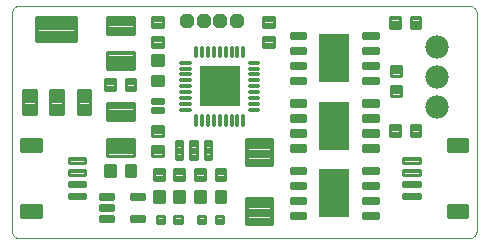
<source format=gts>
G75*
%MOIN*%
%OFA0B0*%
%FSLAX24Y24*%
%IPPOS*%
%LPD*%
%AMOC8*
5,1,8,0,0,1.08239X$1,22.5*
%
%ADD10C,0.0000*%
%ADD11R,0.1000X0.1625*%
%ADD12R,0.1375X0.1375*%
%ADD13C,0.0148*%
%ADD14C,0.0780*%
%ADD15C,0.0108*%
%ADD16C,0.0114*%
%ADD17C,0.0138*%
%ADD18C,0.0138*%
%ADD19C,0.0120*%
%ADD20C,0.0114*%
%ADD21C,0.0116*%
%ADD22C,0.0108*%
%ADD23C,0.0114*%
%ADD24C,0.0107*%
%ADD25C,0.0118*%
%ADD26OC8,0.0480*%
%ADD27C,0.0109*%
%ADD28C,0.0136*%
D10*
X000425Y000238D02*
X015425Y000238D01*
X015455Y000240D01*
X015485Y000245D01*
X015514Y000254D01*
X015541Y000267D01*
X015567Y000282D01*
X015591Y000301D01*
X015612Y000322D01*
X015631Y000346D01*
X015646Y000372D01*
X015659Y000399D01*
X015668Y000428D01*
X015673Y000458D01*
X015675Y000488D01*
X015675Y007738D01*
X015673Y007768D01*
X015668Y007798D01*
X015659Y007827D01*
X015646Y007854D01*
X015631Y007880D01*
X015612Y007904D01*
X015591Y007925D01*
X015567Y007944D01*
X015541Y007959D01*
X015514Y007972D01*
X015485Y007981D01*
X015455Y007986D01*
X015425Y007988D01*
X000425Y007988D01*
X000395Y007986D01*
X000365Y007981D01*
X000336Y007972D01*
X000309Y007959D01*
X000283Y007944D01*
X000259Y007925D01*
X000238Y007904D01*
X000219Y007880D01*
X000204Y007854D01*
X000191Y007827D01*
X000182Y007798D01*
X000177Y007768D01*
X000175Y007738D01*
X000175Y000488D01*
X000177Y000458D01*
X000182Y000428D01*
X000191Y000399D01*
X000204Y000372D01*
X000219Y000346D01*
X000238Y000322D01*
X000259Y000301D01*
X000283Y000282D01*
X000309Y000267D01*
X000336Y000254D01*
X000365Y000245D01*
X000395Y000240D01*
X000425Y000238D01*
D11*
X010925Y001738D03*
X010925Y003988D03*
X010925Y006238D03*
D12*
X007113Y005300D03*
D13*
X008007Y003515D02*
X008007Y002679D01*
X008007Y003515D02*
X008843Y003515D01*
X008843Y002679D01*
X008007Y002679D01*
X008007Y002826D02*
X008843Y002826D01*
X008843Y002973D02*
X008007Y002973D01*
X008007Y003120D02*
X008843Y003120D01*
X008843Y003267D02*
X008007Y003267D01*
X008007Y003414D02*
X008843Y003414D01*
X008843Y001546D02*
X008843Y000710D01*
X008007Y000710D01*
X008007Y001546D01*
X008843Y001546D01*
X008843Y000857D02*
X008007Y000857D01*
X008007Y001004D02*
X008843Y001004D01*
X008843Y001151D02*
X008007Y001151D01*
X008007Y001298D02*
X008843Y001298D01*
X008843Y001445D02*
X008007Y001445D01*
D14*
X014363Y004613D03*
X014363Y005613D03*
X014363Y006613D03*
D15*
X013798Y007243D02*
X013798Y007607D01*
X013798Y007243D02*
X013472Y007243D01*
X013472Y007607D01*
X013798Y007607D01*
X013798Y007350D02*
X013472Y007350D01*
X013472Y007457D02*
X013798Y007457D01*
X013798Y007564D02*
X013472Y007564D01*
X013128Y007607D02*
X013128Y007243D01*
X012802Y007243D01*
X012802Y007607D01*
X013128Y007607D01*
X013128Y007350D02*
X012802Y007350D01*
X012802Y007457D02*
X013128Y007457D01*
X013128Y007564D02*
X012802Y007564D01*
X012806Y005985D02*
X013170Y005985D01*
X013170Y005659D01*
X012806Y005659D01*
X012806Y005985D01*
X012806Y005766D02*
X013170Y005766D01*
X013170Y005873D02*
X012806Y005873D01*
X012806Y005980D02*
X013170Y005980D01*
X013170Y005316D02*
X012806Y005316D01*
X013170Y005316D02*
X013170Y004990D01*
X012806Y004990D01*
X012806Y005316D01*
X012806Y005097D02*
X013170Y005097D01*
X013170Y005204D02*
X012806Y005204D01*
X012806Y005311D02*
X013170Y005311D01*
X013128Y004013D02*
X013128Y003649D01*
X012802Y003649D01*
X012802Y004013D01*
X013128Y004013D01*
X013128Y003756D02*
X012802Y003756D01*
X012802Y003863D02*
X013128Y003863D01*
X013128Y003970D02*
X012802Y003970D01*
X013798Y004013D02*
X013798Y003649D01*
X013472Y003649D01*
X013472Y004013D01*
X013798Y004013D01*
X013798Y003756D02*
X013472Y003756D01*
X013472Y003863D02*
X013798Y003863D01*
X013798Y003970D02*
X013472Y003970D01*
X008920Y006941D02*
X008556Y006941D01*
X008920Y006941D02*
X008920Y006615D01*
X008556Y006615D01*
X008556Y006941D01*
X008556Y006722D02*
X008920Y006722D01*
X008920Y006829D02*
X008556Y006829D01*
X008556Y006936D02*
X008920Y006936D01*
X008920Y007610D02*
X008556Y007610D01*
X008920Y007610D02*
X008920Y007284D01*
X008556Y007284D01*
X008556Y007610D01*
X008556Y007391D02*
X008920Y007391D01*
X008920Y007498D02*
X008556Y007498D01*
X008556Y007605D02*
X008920Y007605D01*
X005232Y007610D02*
X004868Y007610D01*
X005232Y007610D02*
X005232Y007284D01*
X004868Y007284D01*
X004868Y007610D01*
X004868Y007391D02*
X005232Y007391D01*
X005232Y007498D02*
X004868Y007498D01*
X004868Y007605D02*
X005232Y007605D01*
X005232Y006941D02*
X004868Y006941D01*
X005232Y006941D02*
X005232Y006615D01*
X004868Y006615D01*
X004868Y006941D01*
X004868Y006722D02*
X005232Y006722D01*
X005232Y006829D02*
X004868Y006829D01*
X004868Y006936D02*
X005232Y006936D01*
X004868Y006329D02*
X004868Y006003D01*
X004868Y006329D02*
X005232Y006329D01*
X005232Y006003D01*
X004868Y006003D01*
X004868Y006110D02*
X005232Y006110D01*
X005232Y006217D02*
X004868Y006217D01*
X004868Y006324D02*
X005232Y006324D01*
X004868Y005660D02*
X004868Y005334D01*
X004868Y005660D02*
X005232Y005660D01*
X005232Y005334D01*
X004868Y005334D01*
X004868Y005441D02*
X005232Y005441D01*
X005232Y005548D02*
X004868Y005548D01*
X004868Y005655D02*
X005232Y005655D01*
X004298Y005545D02*
X004298Y005181D01*
X003972Y005181D01*
X003972Y005545D01*
X004298Y005545D01*
X004298Y005288D02*
X003972Y005288D01*
X003972Y005395D02*
X004298Y005395D01*
X004298Y005502D02*
X003972Y005502D01*
X003628Y005545D02*
X003628Y005181D01*
X003302Y005181D01*
X003302Y005545D01*
X003628Y005545D01*
X003628Y005288D02*
X003302Y005288D01*
X003302Y005395D02*
X003628Y005395D01*
X003628Y005502D02*
X003302Y005502D01*
X004868Y003659D02*
X005232Y003659D01*
X004868Y003659D02*
X004868Y003985D01*
X005232Y003985D01*
X005232Y003659D01*
X005232Y003766D02*
X004868Y003766D01*
X004868Y003873D02*
X005232Y003873D01*
X005232Y003980D02*
X004868Y003980D01*
X004868Y002990D02*
X005232Y002990D01*
X004868Y002990D02*
X004868Y003316D01*
X005232Y003316D01*
X005232Y002990D01*
X005232Y003097D02*
X004868Y003097D01*
X004868Y003204D02*
X005232Y003204D01*
X005232Y003311D02*
X004868Y003311D01*
X003972Y002670D02*
X003972Y002306D01*
X003972Y002670D02*
X004298Y002670D01*
X004298Y002306D01*
X003972Y002306D01*
X003972Y002413D02*
X004298Y002413D01*
X004298Y002520D02*
X003972Y002520D01*
X003972Y002627D02*
X004298Y002627D01*
X005253Y002545D02*
X005253Y002181D01*
X004927Y002181D01*
X004927Y002545D01*
X005253Y002545D01*
X005253Y002288D02*
X004927Y002288D01*
X004927Y002395D02*
X005253Y002395D01*
X005253Y002502D02*
X004927Y002502D01*
X005923Y002545D02*
X005923Y002181D01*
X005597Y002181D01*
X005597Y002545D01*
X005923Y002545D01*
X005923Y002288D02*
X005597Y002288D01*
X005597Y002395D02*
X005923Y002395D01*
X005923Y002502D02*
X005597Y002502D01*
X006302Y002545D02*
X006302Y002181D01*
X006302Y002545D02*
X006628Y002545D01*
X006628Y002181D01*
X006302Y002181D01*
X006302Y002288D02*
X006628Y002288D01*
X006628Y002395D02*
X006302Y002395D01*
X006302Y002502D02*
X006628Y002502D01*
X006972Y002545D02*
X006972Y002181D01*
X006972Y002545D02*
X007298Y002545D01*
X007298Y002181D01*
X006972Y002181D01*
X006972Y002288D02*
X007298Y002288D01*
X007298Y002395D02*
X006972Y002395D01*
X006972Y002502D02*
X007298Y002502D01*
X007298Y001795D02*
X006972Y001795D01*
X007298Y001795D02*
X007298Y001431D01*
X006972Y001431D01*
X006972Y001795D01*
X006972Y001538D02*
X007298Y001538D01*
X007298Y001645D02*
X006972Y001645D01*
X006972Y001752D02*
X007298Y001752D01*
X006628Y001795D02*
X006302Y001795D01*
X006628Y001795D02*
X006628Y001431D01*
X006302Y001431D01*
X006302Y001795D01*
X006302Y001538D02*
X006628Y001538D01*
X006628Y001645D02*
X006302Y001645D01*
X006302Y001752D02*
X006628Y001752D01*
X005923Y001431D02*
X005597Y001431D01*
X005597Y001795D01*
X005923Y001795D01*
X005923Y001431D01*
X005923Y001538D02*
X005597Y001538D01*
X005597Y001645D02*
X005923Y001645D01*
X005923Y001752D02*
X005597Y001752D01*
X005253Y001431D02*
X004927Y001431D01*
X004927Y001795D01*
X005253Y001795D01*
X005253Y001431D01*
X005253Y001538D02*
X004927Y001538D01*
X004927Y001645D02*
X005253Y001645D01*
X005253Y001752D02*
X004927Y001752D01*
X003302Y002306D02*
X003302Y002670D01*
X003628Y002670D01*
X003628Y002306D01*
X003302Y002306D01*
X003302Y002413D02*
X003628Y002413D01*
X003628Y002520D02*
X003302Y002520D01*
X003302Y002627D02*
X003628Y002627D01*
D16*
X009477Y002581D02*
X009477Y002395D01*
X009477Y002581D02*
X009953Y002581D01*
X009953Y002395D01*
X009477Y002395D01*
X009477Y002508D02*
X009953Y002508D01*
X009477Y002081D02*
X009477Y001895D01*
X009477Y002081D02*
X009953Y002081D01*
X009953Y001895D01*
X009477Y001895D01*
X009477Y002008D02*
X009953Y002008D01*
X009477Y001581D02*
X009477Y001395D01*
X009477Y001581D02*
X009953Y001581D01*
X009953Y001395D01*
X009477Y001395D01*
X009477Y001508D02*
X009953Y001508D01*
X009477Y001081D02*
X009477Y000895D01*
X009477Y001081D02*
X009953Y001081D01*
X009953Y000895D01*
X009477Y000895D01*
X009477Y001008D02*
X009953Y001008D01*
X011897Y001081D02*
X011897Y000895D01*
X011897Y001081D02*
X012373Y001081D01*
X012373Y000895D01*
X011897Y000895D01*
X011897Y001008D02*
X012373Y001008D01*
X011897Y001395D02*
X011897Y001581D01*
X012373Y001581D01*
X012373Y001395D01*
X011897Y001395D01*
X011897Y001508D02*
X012373Y001508D01*
X011897Y001895D02*
X011897Y002081D01*
X012373Y002081D01*
X012373Y001895D01*
X011897Y001895D01*
X011897Y002008D02*
X012373Y002008D01*
X011897Y002395D02*
X011897Y002581D01*
X012373Y002581D01*
X012373Y002395D01*
X011897Y002395D01*
X011897Y002508D02*
X012373Y002508D01*
X011897Y003145D02*
X011897Y003331D01*
X012373Y003331D01*
X012373Y003145D01*
X011897Y003145D01*
X011897Y003258D02*
X012373Y003258D01*
X011897Y003645D02*
X011897Y003831D01*
X012373Y003831D01*
X012373Y003645D01*
X011897Y003645D01*
X011897Y003758D02*
X012373Y003758D01*
X011897Y004145D02*
X011897Y004331D01*
X012373Y004331D01*
X012373Y004145D01*
X011897Y004145D01*
X011897Y004258D02*
X012373Y004258D01*
X011897Y004645D02*
X011897Y004831D01*
X012373Y004831D01*
X012373Y004645D01*
X011897Y004645D01*
X011897Y004758D02*
X012373Y004758D01*
X011897Y005395D02*
X011897Y005581D01*
X012373Y005581D01*
X012373Y005395D01*
X011897Y005395D01*
X011897Y005508D02*
X012373Y005508D01*
X011897Y005895D02*
X011897Y006081D01*
X012373Y006081D01*
X012373Y005895D01*
X011897Y005895D01*
X011897Y006008D02*
X012373Y006008D01*
X011897Y006395D02*
X011897Y006581D01*
X012373Y006581D01*
X012373Y006395D01*
X011897Y006395D01*
X011897Y006508D02*
X012373Y006508D01*
X011897Y006895D02*
X011897Y007081D01*
X012373Y007081D01*
X012373Y006895D01*
X011897Y006895D01*
X011897Y007008D02*
X012373Y007008D01*
X009477Y007081D02*
X009477Y006895D01*
X009477Y007081D02*
X009953Y007081D01*
X009953Y006895D01*
X009477Y006895D01*
X009477Y007008D02*
X009953Y007008D01*
X009477Y006581D02*
X009477Y006395D01*
X009477Y006581D02*
X009953Y006581D01*
X009953Y006395D01*
X009477Y006395D01*
X009477Y006508D02*
X009953Y006508D01*
X009477Y006081D02*
X009477Y005895D01*
X009477Y006081D02*
X009953Y006081D01*
X009953Y005895D01*
X009477Y005895D01*
X009477Y006008D02*
X009953Y006008D01*
X009477Y005581D02*
X009477Y005395D01*
X009477Y005581D02*
X009953Y005581D01*
X009953Y005395D01*
X009477Y005395D01*
X009477Y005508D02*
X009953Y005508D01*
X009477Y004831D02*
X009477Y004645D01*
X009477Y004831D02*
X009953Y004831D01*
X009953Y004645D01*
X009477Y004645D01*
X009477Y004758D02*
X009953Y004758D01*
X009477Y004331D02*
X009477Y004145D01*
X009477Y004331D02*
X009953Y004331D01*
X009953Y004145D01*
X009477Y004145D01*
X009477Y004258D02*
X009953Y004258D01*
X009477Y003831D02*
X009477Y003645D01*
X009477Y003831D02*
X009953Y003831D01*
X009953Y003645D01*
X009477Y003645D01*
X009477Y003758D02*
X009953Y003758D01*
X009477Y003331D02*
X009477Y003145D01*
X009477Y003331D02*
X009953Y003331D01*
X009953Y003145D01*
X009477Y003145D01*
X009477Y003258D02*
X009953Y003258D01*
D17*
X007900Y004010D02*
X007900Y004306D01*
X007703Y004306D02*
X007703Y004010D01*
X007506Y004010D02*
X007506Y004306D01*
X007309Y004306D02*
X007309Y004010D01*
X007113Y004010D02*
X007113Y004306D01*
X006916Y004306D02*
X006916Y004010D01*
X006719Y004010D02*
X006719Y004306D01*
X006522Y004306D02*
X006522Y004010D01*
X006325Y004010D02*
X006325Y004306D01*
X006119Y004513D02*
X005823Y004513D01*
X005823Y004709D02*
X006119Y004709D01*
X006119Y004906D02*
X005823Y004906D01*
X005823Y005103D02*
X006119Y005103D01*
X006119Y005300D02*
X005823Y005300D01*
X005823Y005497D02*
X006119Y005497D01*
X006119Y005694D02*
X005823Y005694D01*
X005823Y005891D02*
X006119Y005891D01*
X006325Y006294D02*
X006325Y006590D01*
X006522Y006590D02*
X006522Y006294D01*
X006719Y006294D02*
X006719Y006590D01*
X006916Y006590D02*
X006916Y006294D01*
X007113Y006294D02*
X007113Y006590D01*
X007309Y006590D02*
X007309Y006294D01*
X007506Y006294D02*
X007506Y006590D01*
X007703Y006590D02*
X007703Y006294D01*
X007900Y006294D02*
X007900Y006590D01*
X008106Y006087D02*
X008402Y006087D01*
X008402Y005891D02*
X008106Y005891D01*
X008106Y005694D02*
X008402Y005694D01*
X008402Y005497D02*
X008106Y005497D01*
X008106Y005300D02*
X008402Y005300D01*
X008402Y005103D02*
X008106Y005103D01*
X008106Y004906D02*
X008402Y004906D01*
X008402Y004709D02*
X008106Y004709D01*
X008106Y004513D02*
X008402Y004513D01*
D18*
X006119Y006083D02*
X005823Y006083D01*
X005823Y006091D01*
X006119Y006091D01*
X006119Y006083D01*
D19*
X005210Y004854D02*
X005210Y004734D01*
X004890Y004734D01*
X004890Y004854D01*
X005210Y004854D01*
X005210Y004853D02*
X004890Y004853D01*
X005210Y004554D02*
X005210Y004434D01*
X004890Y004434D01*
X004890Y004554D01*
X005210Y004554D01*
X005210Y004553D02*
X004890Y004553D01*
D20*
X005664Y002878D02*
X005866Y002878D01*
X005664Y002878D02*
X005664Y003472D01*
X005866Y003472D01*
X005866Y002878D01*
X005866Y002991D02*
X005664Y002991D01*
X005664Y003104D02*
X005866Y003104D01*
X005866Y003217D02*
X005664Y003217D01*
X005664Y003330D02*
X005866Y003330D01*
X005866Y003443D02*
X005664Y003443D01*
X006137Y002878D02*
X006339Y002878D01*
X006137Y002878D02*
X006137Y003472D01*
X006339Y003472D01*
X006339Y002878D01*
X006339Y002991D02*
X006137Y002991D01*
X006137Y003104D02*
X006339Y003104D01*
X006339Y003217D02*
X006137Y003217D01*
X006137Y003330D02*
X006339Y003330D01*
X006339Y003443D02*
X006137Y003443D01*
X006609Y002878D02*
X006811Y002878D01*
X006609Y002878D02*
X006609Y003472D01*
X006811Y003472D01*
X006811Y002878D01*
X006811Y002991D02*
X006609Y002991D01*
X006609Y003104D02*
X006811Y003104D01*
X006811Y003217D02*
X006609Y003217D01*
X006609Y003330D02*
X006811Y003330D01*
X006811Y003443D02*
X006609Y003443D01*
D21*
X002079Y002908D02*
X002079Y002748D01*
X002079Y002908D02*
X002613Y002908D01*
X002613Y002748D01*
X002079Y002748D01*
X002079Y002863D02*
X002613Y002863D01*
X002079Y002514D02*
X002079Y002354D01*
X002079Y002514D02*
X002613Y002514D01*
X002613Y002354D01*
X002079Y002354D01*
X002079Y002469D02*
X002613Y002469D01*
X002079Y002121D02*
X002079Y001961D01*
X002079Y002121D02*
X002613Y002121D01*
X002613Y001961D01*
X002079Y001961D01*
X002079Y002076D02*
X002613Y002076D01*
X002079Y001727D02*
X002079Y001567D01*
X002079Y001727D02*
X002613Y001727D01*
X002613Y001567D01*
X002079Y001567D01*
X002079Y001682D02*
X002613Y001682D01*
X013771Y001727D02*
X013771Y001567D01*
X013237Y001567D01*
X013237Y001727D01*
X013771Y001727D01*
X013771Y001682D02*
X013237Y001682D01*
X013771Y001961D02*
X013771Y002121D01*
X013771Y001961D02*
X013237Y001961D01*
X013237Y002121D01*
X013771Y002121D01*
X013771Y002076D02*
X013237Y002076D01*
X013771Y002354D02*
X013771Y002514D01*
X013771Y002354D02*
X013237Y002354D01*
X013237Y002514D01*
X013771Y002514D01*
X013771Y002469D02*
X013237Y002469D01*
X013771Y002748D02*
X013771Y002908D01*
X013771Y002748D02*
X013237Y002748D01*
X013237Y002908D01*
X013771Y002908D01*
X013771Y002863D02*
X013237Y002863D01*
D22*
X015349Y003138D02*
X015349Y003542D01*
X015349Y003138D02*
X014709Y003138D01*
X014709Y003542D01*
X015349Y003542D01*
X015349Y003245D02*
X014709Y003245D01*
X014709Y003352D02*
X015349Y003352D01*
X015349Y003459D02*
X014709Y003459D01*
X015349Y001337D02*
X015349Y000933D01*
X014709Y000933D01*
X014709Y001337D01*
X015349Y001337D01*
X015349Y001040D02*
X014709Y001040D01*
X014709Y001147D02*
X015349Y001147D01*
X015349Y001254D02*
X014709Y001254D01*
X000501Y001337D02*
X000501Y000933D01*
X000501Y001337D02*
X001141Y001337D01*
X001141Y000933D01*
X000501Y000933D01*
X000501Y001040D02*
X001141Y001040D01*
X001141Y001147D02*
X000501Y001147D01*
X000501Y001254D02*
X001141Y001254D01*
X000501Y003138D02*
X000501Y003542D01*
X001141Y003542D01*
X001141Y003138D01*
X000501Y003138D01*
X000501Y003245D02*
X001141Y003245D01*
X001141Y003352D02*
X000501Y003352D01*
X000501Y003459D02*
X001141Y003459D01*
D23*
X005250Y000983D02*
X005250Y000743D01*
X005010Y000743D01*
X005010Y000983D01*
X005250Y000983D01*
X005250Y000856D02*
X005010Y000856D01*
X005010Y000969D02*
X005250Y000969D01*
X005840Y000983D02*
X005840Y000743D01*
X005600Y000743D01*
X005600Y000983D01*
X005840Y000983D01*
X005840Y000856D02*
X005600Y000856D01*
X005600Y000969D02*
X005840Y000969D01*
X006385Y000983D02*
X006385Y000743D01*
X006385Y000983D02*
X006625Y000983D01*
X006625Y000743D01*
X006385Y000743D01*
X006385Y000856D02*
X006625Y000856D01*
X006625Y000969D02*
X006385Y000969D01*
X006975Y000983D02*
X006975Y000743D01*
X006975Y000983D02*
X007215Y000983D01*
X007215Y000743D01*
X006975Y000743D01*
X006975Y000856D02*
X007215Y000856D01*
X007215Y000969D02*
X006975Y000969D01*
D24*
X004239Y002990D02*
X004239Y003554D01*
X004239Y002990D02*
X003361Y002990D01*
X003361Y003554D01*
X004239Y003554D01*
X004239Y003096D02*
X003361Y003096D01*
X003361Y003202D02*
X004239Y003202D01*
X004239Y003308D02*
X003361Y003308D01*
X003361Y003414D02*
X004239Y003414D01*
X004239Y003520D02*
X003361Y003520D01*
X003361Y004171D02*
X003361Y004735D01*
X004239Y004735D01*
X004239Y004171D01*
X003361Y004171D01*
X003361Y004277D02*
X004239Y004277D01*
X004239Y004383D02*
X003361Y004383D01*
X003361Y004489D02*
X004239Y004489D01*
X004239Y004595D02*
X003361Y004595D01*
X003361Y004701D02*
X004239Y004701D01*
X004239Y005865D02*
X004239Y006429D01*
X004239Y005865D02*
X003361Y005865D01*
X003361Y006429D01*
X004239Y006429D01*
X004239Y005971D02*
X003361Y005971D01*
X003361Y006077D02*
X004239Y006077D01*
X004239Y006183D02*
X003361Y006183D01*
X003361Y006289D02*
X004239Y006289D01*
X004239Y006395D02*
X003361Y006395D01*
X003361Y007046D02*
X003361Y007610D01*
X004239Y007610D01*
X004239Y007046D01*
X003361Y007046D01*
X003361Y007152D02*
X004239Y007152D01*
X004239Y007258D02*
X003361Y007258D01*
X003361Y007364D02*
X004239Y007364D01*
X004239Y007470D02*
X003361Y007470D01*
X003361Y007576D02*
X004239Y007576D01*
D25*
X004177Y001681D02*
X004177Y001543D01*
X004177Y001681D02*
X004571Y001681D01*
X004571Y001543D01*
X004177Y001543D01*
X004177Y001660D02*
X004571Y001660D01*
X003154Y001681D02*
X003154Y001543D01*
X003154Y001681D02*
X003548Y001681D01*
X003548Y001543D01*
X003154Y001543D01*
X003154Y001660D02*
X003548Y001660D01*
X003154Y001307D02*
X003154Y001169D01*
X003154Y001307D02*
X003548Y001307D01*
X003548Y001169D01*
X003154Y001169D01*
X003154Y001286D02*
X003548Y001286D01*
X003154Y000932D02*
X003154Y000794D01*
X003154Y000932D02*
X003548Y000932D01*
X003548Y000794D01*
X003154Y000794D01*
X003154Y000911D02*
X003548Y000911D01*
X004177Y000932D02*
X004177Y000794D01*
X004177Y000932D02*
X004571Y000932D01*
X004571Y000794D01*
X004177Y000794D01*
X004177Y000911D02*
X004571Y000911D01*
D26*
X006025Y007488D03*
X006575Y007488D03*
X007125Y007488D03*
X007675Y007488D03*
D27*
X002791Y004362D02*
X002379Y004362D01*
X002379Y005174D01*
X002791Y005174D01*
X002791Y004362D01*
X002791Y004470D02*
X002379Y004470D01*
X002379Y004578D02*
X002791Y004578D01*
X002791Y004686D02*
X002379Y004686D01*
X002379Y004794D02*
X002791Y004794D01*
X002791Y004902D02*
X002379Y004902D01*
X002379Y005010D02*
X002791Y005010D01*
X002791Y005118D02*
X002379Y005118D01*
X001881Y004362D02*
X001469Y004362D01*
X001469Y005174D01*
X001881Y005174D01*
X001881Y004362D01*
X001881Y004470D02*
X001469Y004470D01*
X001469Y004578D02*
X001881Y004578D01*
X001881Y004686D02*
X001469Y004686D01*
X001469Y004794D02*
X001881Y004794D01*
X001881Y004902D02*
X001469Y004902D01*
X001469Y005010D02*
X001881Y005010D01*
X001881Y005118D02*
X001469Y005118D01*
X000971Y004362D02*
X000559Y004362D01*
X000559Y005174D01*
X000971Y005174D01*
X000971Y004362D01*
X000971Y004470D02*
X000559Y004470D01*
X000559Y004578D02*
X000971Y004578D01*
X000971Y004686D02*
X000559Y004686D01*
X000559Y004794D02*
X000971Y004794D01*
X000971Y004902D02*
X000559Y004902D01*
X000559Y005010D02*
X000971Y005010D01*
X000971Y005118D02*
X000559Y005118D01*
D28*
X001015Y006823D02*
X002335Y006823D01*
X001015Y006823D02*
X001015Y007593D01*
X002335Y007593D01*
X002335Y006823D01*
X002335Y006958D02*
X001015Y006958D01*
X001015Y007093D02*
X002335Y007093D01*
X002335Y007228D02*
X001015Y007228D01*
X001015Y007363D02*
X002335Y007363D01*
X002335Y007498D02*
X001015Y007498D01*
M02*

</source>
